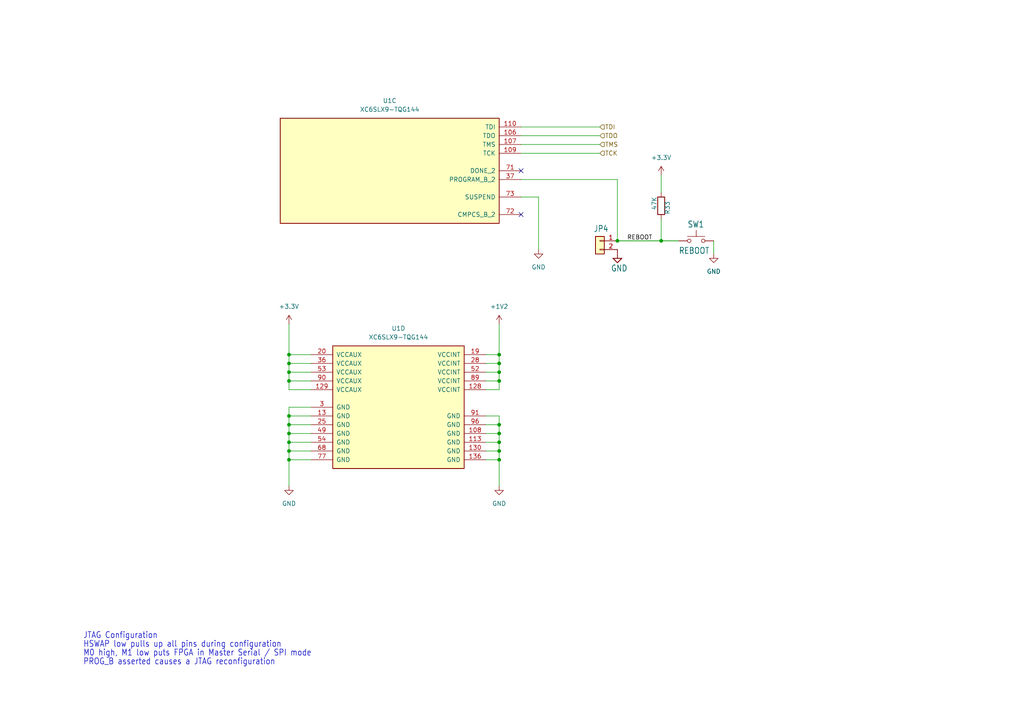
<source format=kicad_sch>
(kicad_sch (version 20230121) (generator eeschema)
  (paper "A4")
  (lib_symbols
    (symbol "BPC3010_Papilio_Pro-eagle-import:supply2_GND" (power)
      (property "Value" "supply2_GND" (at -1.905 -3.175 0))
      (symbol "supply2_GND_1_0"
        (polyline (pts (xy -1.27 0) (xy 1.27 0)) (stroke (width 0.254)))
        (polyline (pts (xy 0 -1.27) (xy -1.27 0)) (stroke (width 0.254)))
        (polyline (pts (xy 1.27 0) (xy 0 -1.27)) (stroke (width 0.254)))
        (pin power_in line (at 0 2.54 270) (length 2.54) (name "GND") (number "1"))
      )
    )
    (symbol "Connector_Generic:Conn_01x02" (pin_names (offset 1.016) hide)
      (property "Reference" "J" (at 0 2.54 0))
      (property "Value" "Conn_01x02" (at 0 -5.08 0))
      (symbol "Conn_01x02_1_1"
        (rectangle (start -1.27 -2.413) (end 0 -2.667) (stroke (width 0.1524)))
        (rectangle (start -1.27 0.127) (end 0 -0.127) (stroke (width 0.1524)))
        (rectangle (start -1.27 1.27) (end 1.27 -3.81) (stroke (width 0.254)) (fill (type background)))
        (pin passive line (at -5.08 0 0) (length 3.81) (name "Pin_1") (number "1"))
        (pin passive line (at -5.08 -2.54 0) (length 3.81) (name "Pin_2") (number "2"))
      )
    )
    (symbol "Device:R" (pin_numbers hide) (pin_names (offset 0))
      (property "Reference" "R" (at 2.032 0 90))
      (property "Value" "R" (at 0 0 90))
      (symbol "R_0_1"
        (rectangle (start -1.016 -2.54) (end 1.016 2.54) (stroke (width 0.254)))
      )
      (symbol "R_1_1"
        (pin passive line (at 0 3.81 270) (length 1.27) (name "~") (number "1"))
        (pin passive line (at 0 -3.81 90) (length 1.27) (name "~") (number "2"))
      )
    )
    (symbol "FPGA_Xilinx_Spartan6:XC6SLX4-TQG144" (pin_names (offset 1.016))
      (property "Reference" "U" (at 0 1.27 0))
      (property "Value" "XC6SLX4-TQG144" (at 0 -1.27 0))
      (symbol "XC6SLX4-TQG144_1_1"
        (rectangle (start -44.45 36.83) (end 44.45 -43.18) (stroke (width 0.254)) (fill (type background)))
        (pin bidirectional line (at 50.8 12.7 180) (length 6.35) (name "IO_L33P_1") (number "100"))
        (pin bidirectional line (at 50.8 15.24 180) (length 6.35) (name "IO_L32N_1") (number "101"))
        (pin bidirectional line (at 50.8 17.78 180) (length 6.35) (name "IO_L32P_1") (number "102"))
        (pin power_in line (at 40.64 43.18 270) (length 6.35) (name "VCCO_1") (number "103"))
        (pin bidirectional line (at 50.8 20.32 180) (length 6.35) (name "IO_L1N_VREF_1") (number "104"))
        (pin bidirectional line (at 50.8 22.86 180) (length 6.35) (name "IO_L1P_1") (number "105"))
        (pin bidirectional line (at -50.8 -40.64 0) (length 6.35) (name "IO_L66N_SCP0_0") (number "111"))
        (pin bidirectional line (at -50.8 -38.1 0) (length 6.35) (name "IO_L66P_SCP1_0") (number "112"))
        (pin bidirectional line (at -50.8 -35.56 0) (length 6.35) (name "IO_L65N_SCP2_0") (number "114"))
        (pin bidirectional line (at -50.8 -33.02 0) (length 6.35) (name "IO_L65P_SCP3_0") (number "115"))
        (pin bidirectional line (at -50.8 -30.48 0) (length 6.35) (name "IO_L64N_SCP4_0") (number "116"))
        (pin bidirectional line (at -50.8 -27.94 0) (length 6.35) (name "IO_L64P_SCP5_0") (number "117"))
        (pin bidirectional line (at -50.8 -25.4 0) (length 6.35) (name "IO_L63N_SCP6_0") (number "118"))
        (pin bidirectional line (at -50.8 -22.86 0) (length 6.35) (name "IO_L63P_SCP7_0") (number "119"))
        (pin bidirectional line (at -50.8 -20.32 0) (length 6.35) (name "IO_L62N_VREF_0") (number "120"))
        (pin bidirectional line (at -50.8 -17.78 0) (length 6.35) (name "IO_L62P_0") (number "121"))
        (pin power_in line (at -40.64 43.18 270) (length 6.35) (name "VCCO_0") (number "122"))
        (pin bidirectional line (at -50.8 -15.24 0) (length 6.35) (name "IO_L37N_GCLK12_0") (number "123"))
        (pin bidirectional line (at -50.8 -12.7 0) (length 6.35) (name "IO_L37P_GCLK13_0") (number "124"))
        (pin power_in line (at -38.1 43.18 270) (length 6.35) (name "VCCO_0") (number "125"))
        (pin bidirectional line (at -50.8 -10.16 0) (length 6.35) (name "IO_L36N_GCLK14_0") (number "126"))
        (pin bidirectional line (at -50.8 -7.62 0) (length 6.35) (name "IO_L36P_GCLK15_0") (number "127"))
        (pin bidirectional line (at -50.8 -5.08 0) (length 6.35) (name "IO_L35N_GCLK16_0") (number "131"))
        (pin bidirectional line (at -50.8 -2.54 0) (length 6.35) (name "IO_L35P_GCLK17_0") (number "132"))
        (pin bidirectional line (at -50.8 0 0) (length 6.35) (name "IO_L34N_GCLK18_0") (number "133"))
        (pin bidirectional line (at -50.8 2.54 0) (length 6.35) (name "IO_L34P_GCLK19_0") (number "134"))
        (pin power_in line (at -35.56 43.18 270) (length 6.35) (name "VCCO_0") (number "135"))
        (pin bidirectional line (at -50.8 5.08 0) (length 6.35) (name "IO_L4N_0") (number "137"))
        (pin bidirectional line (at -50.8 7.62 0) (length 6.35) (name "IO_L4P_0") (number "138"))
        (pin bidirectional line (at -50.8 10.16 0) (length 6.35) (name "IO_L3N_0") (number "139"))
        (pin bidirectional line (at -50.8 12.7 0) (length 6.35) (name "IO_L3P_0") (number "140"))
        (pin bidirectional line (at -50.8 15.24 0) (length 6.35) (name "IO_L2N_0") (number "141"))
        (pin bidirectional line (at -50.8 17.78 0) (length 6.35) (name "IO_L2P_0") (number "142"))
        (pin bidirectional line (at -50.8 20.32 0) (length 6.35) (name "IO_L1N_VREF_0") (number "143"))
        (pin bidirectional line (at -50.8 22.86 0) (length 6.35) (name "IO_L1P_HSWAPEN_0") (number "144"))
        (pin bidirectional line (at 50.8 -35.56 180) (length 6.35) (name "IO_L74N_DOUT_BUSY_1") (number "74"))
        (pin bidirectional line (at 50.8 -33.02 180) (length 6.35) (name "IO_L74P_AWAKE_1") (number "75"))
        (pin power_in line (at 35.56 43.18 270) (length 6.35) (name "VCCO_1") (number "76"))
        (pin bidirectional line (at 50.8 -30.48 180) (length 6.35) (name "IO_L47N_1") (number "78"))
        (pin bidirectional line (at 50.8 -27.94 180) (length 6.35) (name "IO_L47P_1") (number "79"))
        (pin bidirectional line (at 50.8 -25.4 180) (length 6.35) (name "IO_L46N_1") (number "80"))
        (pin bidirectional line (at 50.8 -22.86 180) (length 6.35) (name "IO_L46P_1") (number "81"))
        (pin bidirectional line (at 50.8 -20.32 180) (length 6.35) (name "IO_L45N_1") (number "82"))
        (pin bidirectional line (at 50.8 -17.78 180) (length 6.35) (name "IO_L45P_1") (number "83"))
        (pin bidirectional line (at 50.8 -15.24 180) (length 6.35) (name "IO_L43N_GCLK4_1") (number "84"))
        (pin bidirectional line (at 50.8 -12.7 180) (length 6.35) (name "IO_L43P_GCLK5_1") (number "85"))
        (pin power_in line (at 38.1 43.18 270) (length 6.35) (name "VCCO_1") (number "86"))
        (pin bidirectional line (at 50.8 -10.16 180) (length 6.35) (name "IO_L42N_GCLK6_TRDY1_1") (number "87"))
        (pin bidirectional line (at 50.8 -7.62 180) (length 6.35) (name "IO_L42P_GCLK7_1") (number "88"))
        (pin bidirectional line (at 50.8 -5.08 180) (length 6.35) (name "IO_L41N_GCLK8_1") (number "92"))
        (pin bidirectional line (at 50.8 -2.54 180) (length 6.35) (name "IO_L41P_GCLK9_IRDY1_1") (number "93"))
        (pin bidirectional line (at 50.8 0 180) (length 6.35) (name "IO_L40N_GCLK10_1") (number "94"))
        (pin bidirectional line (at 50.8 2.54 180) (length 6.35) (name "IO_L40P_GCLK11_1") (number "95"))
        (pin bidirectional line (at 50.8 5.08 180) (length 6.35) (name "IO_L34N_1") (number "97"))
        (pin bidirectional line (at 50.8 7.62 180) (length 6.35) (name "IO_L34P_1") (number "98"))
        (pin bidirectional line (at 50.8 10.16 180) (length 6.35) (name "IO_L33N_1") (number "99"))
      )
      (symbol "XC6SLX4-TQG144_2_1"
        (rectangle (start -44.45 36.83) (end 44.45 -43.18) (stroke (width 0.254)) (fill (type background)))
        (pin bidirectional line (at 50.8 -40.64 180) (length 6.35) (name "IO_L83N_VREF_3") (number "1"))
        (pin bidirectional line (at 50.8 -22.86 180) (length 6.35) (name "IO_L50P_3") (number "10"))
        (pin bidirectional line (at 50.8 -20.32 180) (length 6.35) (name "IO_L49N_3") (number "11"))
        (pin bidirectional line (at 50.8 -17.78 180) (length 6.35) (name "IO_L49P_3") (number "12"))
        (pin bidirectional line (at 50.8 -15.24 180) (length 6.35) (name "IO_L44N_GCLK20_3") (number "14"))
        (pin bidirectional line (at 50.8 -12.7 180) (length 6.35) (name "IO_L44P_GCLK21_3") (number "15"))
        (pin bidirectional line (at 50.8 -10.16 180) (length 6.35) (name "IO_L43N_GCLK22_IRDY2_3") (number "16"))
        (pin bidirectional line (at 50.8 -7.62 180) (length 6.35) (name "IO_L43P_GCLK23_3") (number "17"))
        (pin power_in line (at 38.1 43.18 270) (length 6.35) (name "VCCO_3") (number "18"))
        (pin bidirectional line (at 50.8 -38.1 180) (length 6.35) (name "IO_L83P_3") (number "2"))
        (pin bidirectional line (at 50.8 -5.08 180) (length 6.35) (name "IO_L42N_GCLK24_3") (number "21"))
        (pin bidirectional line (at 50.8 -2.54 180) (length 6.35) (name "IO_L42P_GCLK25_TRDY2_3") (number "22"))
        (pin bidirectional line (at 50.8 0 180) (length 6.35) (name "IO_L41N_GCLK26_3") (number "23"))
        (pin bidirectional line (at 50.8 2.54 180) (length 6.35) (name "IO_L41P_GCLK27_3") (number "24"))
        (pin bidirectional line (at 50.8 5.08 180) (length 6.35) (name "IO_L37N_3") (number "26"))
        (pin bidirectional line (at 50.8 7.62 180) (length 6.35) (name "IO_L37P_3") (number "27"))
        (pin bidirectional line (at 50.8 10.16 180) (length 6.35) (name "IO_L36N_3") (number "29"))
        (pin bidirectional line (at 50.8 12.7 180) (length 6.35) (name "IO_L36P_3") (number "30"))
        (pin power_in line (at 40.64 43.18 270) (length 6.35) (name "VCCO_3") (number "31"))
        (pin bidirectional line (at 50.8 15.24 180) (length 6.35) (name "IO_L2N_3") (number "32"))
        (pin bidirectional line (at 50.8 17.78 180) (length 6.35) (name "IO_L2P_3") (number "33"))
        (pin bidirectional line (at 50.8 20.32 180) (length 6.35) (name "IO_L1N_VREF_3") (number "34"))
        (pin bidirectional line (at 50.8 22.86 180) (length 6.35) (name "IO_L1P_3") (number "35"))
        (pin bidirectional line (at -50.8 -40.64 0) (length 6.35) (name "IO_L65N_CSO_B_2") (number "38"))
        (pin bidirectional line (at -50.8 -38.1 0) (length 6.35) (name "IO_L65P_INIT_B_2") (number "39"))
        (pin power_in line (at 35.56 43.18 270) (length 6.35) (name "VCCO_3") (number "4"))
        (pin bidirectional line (at -50.8 -35.56 0) (length 6.35) (name "IO_L64N_D9_2") (number "40"))
        (pin bidirectional line (at -50.8 -33.02 0) (length 6.35) (name "IO_L64P_D8_2") (number "41"))
        (pin power_in line (at -40.64 43.18 270) (length 6.35) (name "VCCO_2") (number "42"))
        (pin bidirectional line (at -50.8 -30.48 0) (length 6.35) (name "IO_L62N_D6_2") (number "43"))
        (pin bidirectional line (at -50.8 -27.94 0) (length 6.35) (name "IO_L62P_D5_2") (number "44"))
        (pin bidirectional line (at -50.8 -25.4 0) (length 6.35) (name "IO_L49N_D4_2") (number "45"))
        (pin bidirectional line (at -50.8 -22.86 0) (length 6.35) (name "IO_L49P_D3_2") (number "46"))
        (pin bidirectional line (at -50.8 -20.32 0) (length 6.35) (name "IO_L48N_RDWR_B_VREF_2") (number "47"))
        (pin bidirectional line (at -50.8 -17.78 0) (length 6.35) (name "IO_L48P_D7_2") (number "48"))
        (pin bidirectional line (at 50.8 -35.56 180) (length 6.35) (name "IO_L52N_3") (number "5"))
        (pin bidirectional line (at -50.8 -15.24 0) (length 6.35) (name "IO_L31N_GCLK30_D15_2") (number "50"))
        (pin bidirectional line (at -50.8 -12.7 0) (length 6.35) (name "IO_L31P_GCLK31_D14_2") (number "51"))
        (pin bidirectional line (at -50.8 -10.16 0) (length 6.35) (name "IO_L30N_GCLK0_USERCCLK_2") (number "55"))
        (pin bidirectional line (at -50.8 -7.62 0) (length 6.35) (name "IO_L30P_GCLK1_D13_2") (number "56"))
        (pin bidirectional line (at -50.8 -5.08 0) (length 6.35) (name "IO_L14N_D12_2") (number "57"))
        (pin bidirectional line (at -50.8 -2.54 0) (length 6.35) (name "IO_L14P_D11_2") (number "58"))
        (pin bidirectional line (at -50.8 0 0) (length 6.35) (name "IO_L13N_D10_2") (number "59"))
        (pin bidirectional line (at 50.8 -33.02 180) (length 6.35) (name "IO_L52P_3") (number "6"))
        (pin bidirectional line (at -50.8 2.54 0) (length 6.35) (name "IO_L13P_M1_2") (number "60"))
        (pin bidirectional line (at -50.8 5.08 0) (length 6.35) (name "IO_L12N_D2_MISO3_2") (number "61"))
        (pin bidirectional line (at -50.8 7.62 0) (length 6.35) (name "IO_L12P_D1_MISO2_2") (number "62"))
        (pin power_in line (at -38.1 43.18 270) (length 6.35) (name "VCCO_2") (number "63"))
        (pin bidirectional line (at -50.8 10.16 0) (length 6.35) (name "IO_L3N_MOSI_CSI_B_MISO0_2") (number "64"))
        (pin bidirectional line (at -50.8 12.7 0) (length 6.35) (name "IO_L3P_D0_DIN_MISO_MISO1_2") (number "65"))
        (pin bidirectional line (at -50.8 15.24 0) (length 6.35) (name "IO_L2N_CMPMOSI_2") (number "66"))
        (pin bidirectional line (at -50.8 17.78 0) (length 6.35) (name "IO_L2P_CMPCLK_2") (number "67"))
        (pin bidirectional line (at -50.8 20.32 0) (length 6.35) (name "IO_L1N_M0_CMPMISO_2") (number "69"))
        (pin bidirectional line (at 50.8 -30.48 180) (length 6.35) (name "IO_L51N_3") (number "7"))
        (pin bidirectional line (at -50.8 22.86 0) (length 6.35) (name "IO_L1P_CCLK_2") (number "70"))
        (pin bidirectional line (at 50.8 -27.94 180) (length 6.35) (name "IO_L51P_3") (number "8"))
        (pin bidirectional line (at 50.8 -25.4 180) (length 6.35) (name "IO_L50N_3") (number "9"))
      )
      (symbol "XC6SLX4-TQG144_3_1"
        (rectangle (start -31.75 15.24) (end 31.75 -15.24) (stroke (width 0.254)) (fill (type background)))
        (pin bidirectional line (at 38.1 10.16 180) (length 6.35) (name "TDO") (number "106"))
        (pin bidirectional line (at 38.1 7.62 180) (length 6.35) (name "TMS") (number "107"))
        (pin bidirectional line (at 38.1 5.08 180) (length 6.35) (name "TCK") (number "109"))
        (pin bidirectional line (at 38.1 12.7 180) (length 6.35) (name "TDI") (number "110"))
        (pin bidirectional line (at 38.1 -2.54 180) (length 6.35) (name "PROGRAM_B_2") (number "37"))
        (pin bidirectional line (at 38.1 0 180) (length 6.35) (name "DONE_2") (number "71"))
        (pin bidirectional line (at 38.1 -12.7 180) (length 6.35) (name "CMPCS_B_2") (number "72"))
        (pin bidirectional line (at 38.1 -7.62 180) (length 6.35) (name "SUSPEND") (number "73"))
      )
      (symbol "XC6SLX4-TQG144_4_1"
        (rectangle (start -19.05 17.78) (end 19.05 -17.78) (stroke (width 0.254)) (fill (type background)))
        (pin power_in line (at 25.4 -7.62 180) (length 6.35) (name "GND") (number "108"))
        (pin power_in line (at 25.4 -10.16 180) (length 6.35) (name "GND") (number "113"))
        (pin power_in line (at 25.4 5.08 180) (length 6.35) (name "VCCINT") (number "128"))
        (pin power_in line (at -25.4 5.08 0) (length 6.35) (name "VCCAUX") (number "129"))
        (pin power_in line (at -25.4 -2.54 0) (length 6.35) (name "GND") (number "13"))
        (pin power_in line (at 25.4 -12.7 180) (length 6.35) (name "GND") (number "130"))
        (pin power_in line (at 25.4 -15.24 180) (length 6.35) (name "GND") (number "136"))
        (pin power_in line (at 25.4 15.24 180) (length 6.35) (name "VCCINT") (number "19"))
        (pin power_in line (at -25.4 15.24 0) (length 6.35) (name "VCCAUX") (number "20"))
        (pin power_in line (at -25.4 -5.08 0) (length 6.35) (name "GND") (number "25"))
        (pin power_in line (at 25.4 12.7 180) (length 6.35) (name "VCCINT") (number "28"))
        (pin power_in line (at -25.4 0 0) (length 6.35) (name "GND") (number "3"))
        (pin power_in line (at -25.4 12.7 0) (length 6.35) (name "VCCAUX") (number "36"))
        (pin power_in line (at -25.4 -7.62 0) (length 6.35) (name "GND") (number "49"))
        (pin power_in line (at 25.4 10.16 180) (length 6.35) (name "VCCINT") (number "52"))
        (pin power_in line (at -25.4 10.16 0) (length 6.35) (name "VCCAUX") (number "53"))
        (pin power_in line (at -25.4 -10.16 0) (length 6.35) (name "GND") (number "54"))
        (pin power_in line (at -25.4 -12.7 0) (length 6.35) (name "GND") (number "68"))
        (pin power_in line (at -25.4 -15.24 0) (length 6.35) (name "GND") (number "77"))
        (pin power_in line (at 25.4 7.62 180) (length 6.35) (name "VCCINT") (number "89"))
        (pin power_in line (at -25.4 7.62 0) (length 6.35) (name "VCCAUX") (number "90"))
        (pin power_in line (at 25.4 -2.54 180) (length 6.35) (name "GND") (number "91"))
        (pin power_in line (at 25.4 -5.08 180) (length 6.35) (name "GND") (number "96"))
      )
    )
    (symbol "Switch:SW_Push" (pin_numbers hide) (pin_names (offset 1.016) hide)
      (property "Reference" "SW" (at 1.27 2.54 0))
      (property "Value" "SW_Push" (at 0 -1.524 0))
      (symbol "SW_Push_0_1"
        (circle (center -2.032 0) (radius 0.508))
        (polyline (pts (xy 0 1.27) (xy 0 3.048)))
        (polyline (pts (xy 2.54 1.27) (xy -2.54 1.27)))
        (circle (center 2.032 0) (radius 0.508))
        (pin passive line (at -5.08 0 0) (length 2.54) (name "1") (number "1"))
        (pin passive line (at 5.08 0 180) (length 2.54) (name "2") (number "2"))
      )
    )
    (symbol "power:+1V2" (power) (pin_names (offset 0))
      (property "Value" "+1V2" (at 0 3.556 0))
      (symbol "+1V2_0_1"
        (polyline (pts (xy -0.762 1.27) (xy 0 2.54)))
        (polyline (pts (xy 0 0) (xy 0 2.54)))
        (polyline (pts (xy 0 2.54) (xy 0.762 1.27)))
      )
      (symbol "+1V2_1_1"
        (pin power_in line (at 0 0 90) (length 0) hide (name "+1V2") (number "1"))
      )
    )
    (symbol "power:+3.3V" (power) (pin_names (offset 0))
      (property "Value" "+3.3V" (at 0 3.556 0))
      (symbol "+3.3V_0_1"
        (polyline (pts (xy -0.762 1.27) (xy 0 2.54)))
        (polyline (pts (xy 0 0) (xy 0 2.54)))
        (polyline (pts (xy 0 2.54) (xy 0.762 1.27)))
      )
      (symbol "+3.3V_1_1"
        (pin power_in line (at 0 0 90) (length 0) hide (name "+3.3V") (number "1"))
      )
    )
    (symbol "power:GND" (power) (pin_names (offset 0))
      (property "Value" "GND" (at 0 -3.81 0))
      (symbol "GND_0_1"
        (polyline (pts (xy 0 0) (xy 0 -1.27) (xy 1.27 -1.27) (xy 0 -2.54) (xy -1.27 -1.27) (xy 0 -1.27)))
      )
      (symbol "GND_1_1"
        (pin power_in line (at 0 0 270) (length 0) hide (name "GND") (number "1"))
      )
    )
  )
  (junction (at 83.82 130.81))
  (junction (at 144.78 105.41))
  (junction (at 144.78 110.49))
  (junction (at 144.78 133.35))
  (junction (at 191.77 69.85))
  (junction (at 83.82 110.49))
  (junction (at 144.78 130.81))
  (junction (at 83.82 120.65))
  (junction (at 83.82 107.95))
  (junction (at 83.82 133.35))
  (junction (at 144.78 125.73))
  (junction (at 83.82 128.27))
  (junction (at 144.78 123.19))
  (junction (at 83.82 105.41))
  (junction (at 179.07 69.85))
  (junction (at 83.82 123.19))
  (junction (at 83.82 125.73))
  (junction (at 144.78 102.87))
  (junction (at 83.82 102.87))
  (junction (at 144.78 128.27))
  (junction (at 144.78 107.95))
  (no_connect (at 151.13 62.23))
  (no_connect (at 151.13 49.53))
  (wire (pts (xy 151.13 57.15) (xy 156.21 57.15)))
  (wire (pts (xy 83.82 102.87) (xy 90.17 102.87)))
  (wire (pts (xy 83.82 120.65) (xy 83.82 123.19)))
  (wire (pts (xy 207.01 73.66) (xy 207.01 69.85)))
  (wire (pts (xy 151.13 41.91) (xy 173.99 41.91)))
  (wire (pts (xy 191.77 69.85) (xy 179.07 69.85)) (stroke (width 0.2032)))
  (wire (pts (xy 140.97 130.81) (xy 144.78 130.81)))
  (wire (pts (xy 151.13 44.45) (xy 173.99 44.45)))
  (wire (pts (xy 83.82 107.95) (xy 83.82 105.41)))
  (wire (pts (xy 83.82 118.11) (xy 83.82 120.65)))
  (wire (pts (xy 83.82 133.35) (xy 90.17 133.35)))
  (wire (pts (xy 151.13 39.37) (xy 173.99 39.37)))
  (wire (pts (xy 140.97 133.35) (xy 144.78 133.35)))
  (wire (pts (xy 83.82 123.19) (xy 83.82 125.73)))
  (wire (pts (xy 83.82 120.65) (xy 90.17 120.65)))
  (wire (pts (xy 191.77 63.5) (xy 191.77 69.85)))
  (wire (pts (xy 90.17 118.11) (xy 83.82 118.11)))
  (wire (pts (xy 90.17 113.03) (xy 83.82 113.03)))
  (wire (pts (xy 83.82 130.81) (xy 83.82 133.35)))
  (wire (pts (xy 140.97 110.49) (xy 144.78 110.49)))
  (wire (pts (xy 83.82 125.73) (xy 90.17 125.73)))
  (wire (pts (xy 83.82 102.87) (xy 83.82 93.98)))
  (wire (pts (xy 144.78 120.65) (xy 144.78 123.19)))
  (wire (pts (xy 156.21 57.15) (xy 156.21 72.39)))
  (wire (pts (xy 140.97 125.73) (xy 144.78 125.73)))
  (wire (pts (xy 83.82 133.35) (xy 83.82 140.97)))
  (wire (pts (xy 196.85 69.85) (xy 191.77 69.85)) (stroke (width 0.2032)))
  (wire (pts (xy 83.82 128.27) (xy 90.17 128.27)))
  (wire (pts (xy 144.78 113.03) (xy 144.78 110.49)))
  (wire (pts (xy 179.07 52.07) (xy 179.07 69.85)))
  (wire (pts (xy 83.82 110.49) (xy 83.82 107.95)))
  (wire (pts (xy 83.82 123.19) (xy 90.17 123.19)))
  (wire (pts (xy 140.97 113.03) (xy 144.78 113.03)))
  (wire (pts (xy 83.82 105.41) (xy 83.82 102.87)))
  (wire (pts (xy 140.97 123.19) (xy 144.78 123.19)))
  (wire (pts (xy 144.78 123.19) (xy 144.78 125.73)))
  (wire (pts (xy 151.13 52.07) (xy 179.07 52.07)))
  (wire (pts (xy 83.82 113.03) (xy 83.82 110.49)))
  (wire (pts (xy 144.78 133.35) (xy 144.78 140.97)))
  (wire (pts (xy 144.78 107.95) (xy 144.78 105.41)))
  (wire (pts (xy 144.78 125.73) (xy 144.78 128.27)))
  (wire (pts (xy 140.97 102.87) (xy 144.78 102.87)))
  (wire (pts (xy 83.82 125.73) (xy 83.82 128.27)))
  (wire (pts (xy 140.97 120.65) (xy 144.78 120.65)))
  (wire (pts (xy 144.78 105.41) (xy 144.78 102.87)))
  (wire (pts (xy 83.82 105.41) (xy 90.17 105.41)))
  (wire (pts (xy 140.97 107.95) (xy 144.78 107.95)))
  (wire (pts (xy 144.78 128.27) (xy 144.78 130.81)))
  (wire (pts (xy 140.97 105.41) (xy 144.78 105.41)))
  (wire (pts (xy 83.82 110.49) (xy 90.17 110.49)))
  (wire (pts (xy 140.97 128.27) (xy 144.78 128.27)))
  (wire (pts (xy 83.82 107.95) (xy 90.17 107.95)))
  (wire (pts (xy 144.78 102.87) (xy 144.78 93.98)))
  (wire (pts (xy 151.13 36.83) (xy 173.99 36.83)))
  (wire (pts (xy 83.82 130.81) (xy 90.17 130.81)))
  (wire (pts (xy 144.78 110.49) (xy 144.78 107.95)))
  (wire (pts (xy 144.78 130.81) (xy 144.78 133.35)))
  (wire (pts (xy 83.82 128.27) (xy 83.82 130.81)))
  (wire (pts (xy 191.77 50.8) (xy 191.77 55.88)))
  (text "M0 high, M1 low puts FPGA in Master Serial / SPI mode" (at 24.13 190.5 0) (effects (font (size 1.778 1.5113)) (justify left bottom)))
  (text "PROG_B asserted causes a JTAG reconfiguration" (at 24.13 193.04 0) (effects (font (size 1.778 1.5113)) (justify left bottom)))
  (text "JTAG Configuration" (at 24.13 185.42 0) (effects (font (size 1.778 1.5113)) (justify left bottom)))
  (text "HSWAP low pulls up all pins during configuration" (at 24.13 187.96 0) (effects (font (size 1.778 1.5113)) (justify left bottom)))
  (label "REBOOT" (at 189.23 69.85 180) (effects (font (size 1.2446 1.2446))))
  (hierarchical_label "TDO" (shape input) (at 173.99 39.37 0))
  (hierarchical_label "TCK" (shape input) (at 173.99 44.45 0))
  (hierarchical_label "TMS" (shape input) (at 173.99 41.91 0))
  (hierarchical_label "TDI" (shape input) (at 173.99 36.83 0))
  (symbol (lib_id "power:GND") (at 207.01 73.66 0) (mirror y) (unit 1)
    (property "Reference" "#PWR011" (effects hide))
    (property "Value" "GND" (at 207.01 78.74 0))
    (instances (project "papilio_pro_MKIV" (path "" (reference "#PWR011") (unit 1)) (path "" (reference "#PWR022") (unit 1)) (path "" (reference "#PWR032") (unit 1))))
  )
  (symbol (lib_id "power:+3.3V") (at 83.82 93.98 0) (unit 1)
    (property "Reference" "#PWR050" (effects hide))
    (property "Value" "+3.3V" (at 83.82 88.9 0))
    (instances (project "papilio_pro_MKIV" (path "" (reference "#PWR050") (unit 1)) (path "" (reference "#PWR026") (unit 1))))
  )
  (symbol (lib_id "power:+3.3V") (at 191.77 50.8 0) (unit 1)
    (property "Reference" "#PWR029" (effects hide))
    (property "Value" "+3.3V" (at 191.77 45.72 0))
    (instances (project "papilio_pro_MKIV" (path "" (reference "#PWR029") (unit 1)) (path "" (reference "#PWR031") (unit 1))))
  )
  (symbol (lib_id "BPC3010_Papilio_Pro-eagle-import:supply2_GND") (at 179.07 74.93 0) (mirror y) (unit 1)
    (property "Reference" "#V09" (effects hide))
    (property "Value" "GND" (at 177.165 76.835 0) (effects (font (size 1.778 1.5113)) (justify right top)))
    (instances (project "papilio_pro_MKIV" (path "" (reference "#V09") (unit 1)) (path "" (reference "#V03") (unit 1)) (path "" (reference "#V04") (unit 1))))
  )
  (symbol (lib_id "power:+1V2") (at 144.78 93.98 0) (unit 1)
    (property "Reference" "#PWR034" (effects hide))
    (property "Value" "+1V2" (at 144.78 88.9 0))
    (instances (project "papilio_pro_MKIV" (path "" (reference "#PWR034") (unit 1)) (path "" (reference "#PWR028") (unit 1))))
  )
  (symbol (lib_id "power:GND") (at 156.21 72.39 0) (unit 1)
    (property "Reference" "#PWR030" (effects hide))
    (property "Value" "GND" (at 156.21 77.47 0))
  )
  (symbol (lib_id "Switch:SW_Push") (at 201.93 69.85 0) (unit 1)
    (property "Reference" "SW1" (at 199.39 66.04 0) (effects (font (size 1.778 1.5113)) (justify left bottom)))
    (property "Value" "REBOOT" (at 196.85 73.66 0) (effects (font (size 1.778 1.5113)) (justify left bottom)))
    (property "Footprint" "Button_Switch_SMD:SW_SPST_PTS645" (effects hide))
  )
  (symbol (lib_id "FPGA_Xilinx_Spartan6:XC6SLX4-TQG144") (at 115.57 118.11 0) (unit 4)
    (property "Reference" "U1" (at 115.57 95.25 0))
    (property "Value" "XC6SLX9-TQG144" (at 115.57 97.79 0))
    (property "Footprint" "Package_QFP:LQFP-144_20x20mm_P0.5mm" (effects hide))
    (instances (project "papilio_pro_MKIV" (path "" (reference "U1") (unit 4)) (path "" (reference "U3") (unit 4))))
  )
  (symbol (lib_id "power:GND") (at 144.78 140.97 0) (unit 1)
    (property "Reference" "#PWR023" (effects hide))
    (property "Value" "GND" (at 144.78 146.05 0))
    (instances (project "papilio_pro_MKIV" (path "" (reference "#PWR023") (unit 1)) (path "" (reference "#PWR029") (unit 1))))
  )
  (symbol (lib_id "power:GND") (at 83.82 140.97 0) (unit 1)
    (property "Reference" "#PWR024" (effects hide))
    (property "Value" "GND" (at 83.82 146.05 0))
    (instances (project "papilio_pro_MKIV" (path "" (reference "#PWR024") (unit 1)) (path "" (reference "#PWR027") (unit 1))))
  )
  (symbol (lib_id "Connector_Generic:Conn_01x02") (at 173.99 69.85 0) (mirror y) (unit 1)
    (property "Reference" "JP4" (at 176.53 67.31 0) (effects (font (size 1.778 1.5113)) (justify left bottom)))
    (property "Value" "JP1E" (effects hide))
    (property "Footprint" "Connector_PinHeader_2.54mm:PinHeader_1x02_P2.54mm_Vertical" (effects hide))
    (instances (project "papilio_pro_MKIV" (path "" (reference "JP4") (unit 1)) (path "" (reference "JP4") (unit 1)) (path "" (reference "JP1") (unit 1))))
  )
  (symbol (lib_id "FPGA_Xilinx_Spartan6:XC6SLX4-TQG144") (at 113.03 49.53 0) (unit 3)
    (property "Reference" "U1" (at 113.03 29.21 0))
    (property "Value" "XC6SLX9-TQG144" (at 113.03 31.75 0))
    (property "Footprint" "Package_QFP:LQFP-144_20x20mm_P0.5mm" (effects hide))
    (instances (project "papilio_pro_MKIV" (path "" (reference "U1") (unit 3)) (path "" (reference "U3") (unit 3))))
  )
  (symbol (lib_id "Device:R") (at 191.77 59.69 0) (unit 1)
    (property "Reference" "R33" (at 194.31 62.23 90) (effects (justify left bottom)))
    (property "Value" "47K" (at 190.5 60.96 90) (effects (justify left bottom)))
    (property "Footprint" "Resistor_SMD:R_0402_1005Metric" (effects hide))
    (instances (project "papilio_pro_MKIV" (path "" (reference "R33") (unit 1)) (path "" (reference "R21") (unit 1)) (path "" (reference "R7") (unit 1))))
  )
)
</source>
